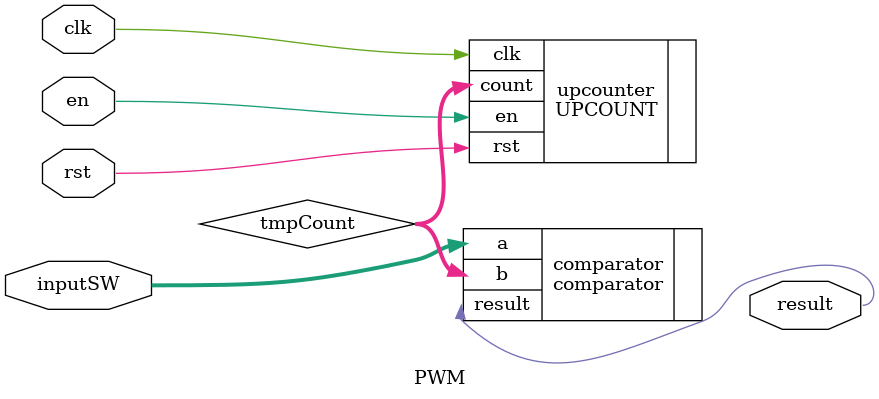
<source format=v>
`timescale 1ns / 1ps



module PWM(
    input [3:0] inputSW,
    input clk, rst, en,
    output result
    );
  
    
    wire[3:0] tmpCount; 
    UPCOUNT upcounter(
    .clk(clk), 
    .rst(rst), 
    .en(en),
    .count(tmpCount)
    );
    
    comparator comparator(
    .a(inputSW), 
    .b(tmpCount),
    .result(result)
    );
endmodule
</source>
